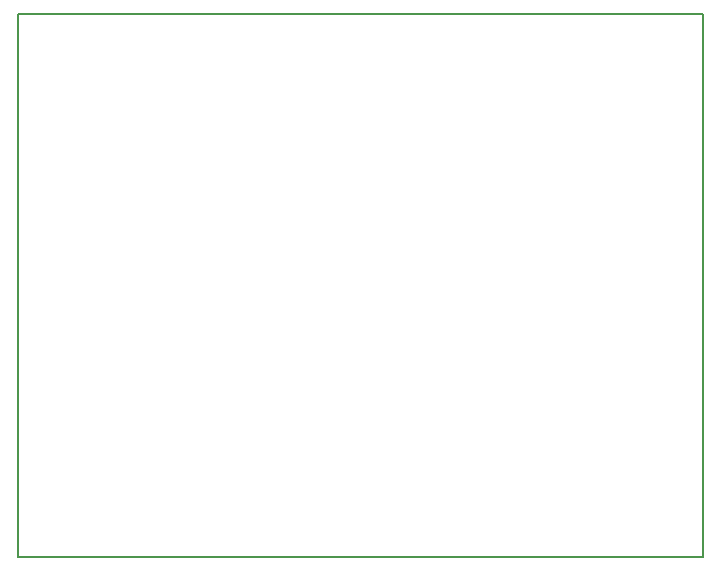
<source format=gm1>
G04 #@! TF.GenerationSoftware,KiCad,Pcbnew,8.0.6*
G04 #@! TF.CreationDate,2025-01-13T19:20:44-05:00*
G04 #@! TF.ProjectId,yy_CAN_board,79795f43-414e-45f6-926f-6172642e6b69,1.0*
G04 #@! TF.SameCoordinates,Original*
G04 #@! TF.FileFunction,Profile,NP*
%FSLAX46Y46*%
G04 Gerber Fmt 4.6, Leading zero omitted, Abs format (unit mm)*
G04 Created by KiCad (PCBNEW 8.0.6) date 2025-01-13 19:20:44*
%MOMM*%
%LPD*%
G01*
G04 APERTURE LIST*
G04 #@! TA.AperFunction,Profile*
%ADD10C,0.150000*%
G04 #@! TD*
G04 APERTURE END LIST*
D10*
X112000000Y-133000000D02*
X170000000Y-133000000D01*
X112000000Y-133000000D02*
X112000000Y-87000000D01*
X170000000Y-133000000D02*
X170000000Y-87000000D01*
X112000000Y-87000000D02*
X170000000Y-87000000D01*
M02*

</source>
